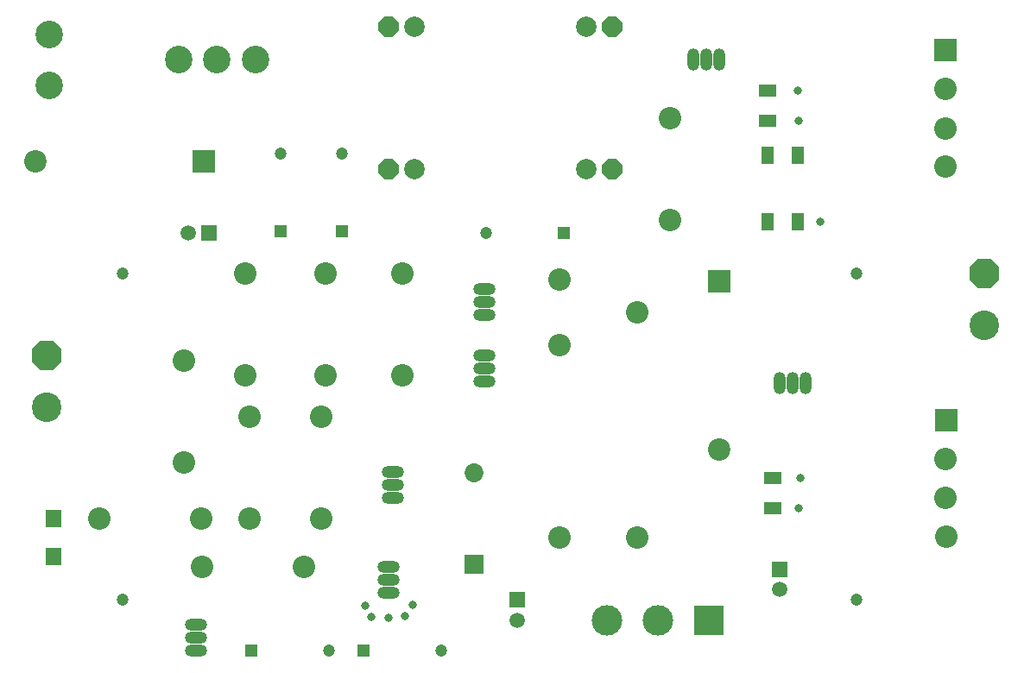
<source format=gts>
G04*
G04 #@! TF.GenerationSoftware,Altium Limited,Altium Designer,20.0.11 (256)*
G04*
G04 Layer_Color=8388736*
%FSLAX25Y25*%
%MOIN*%
G70*
G01*
G75*
%ADD17R,0.04737X0.07099*%
%ADD18R,0.07099X0.04737*%
%ADD19R,0.05906X0.06890*%
%ADD20O,0.04737X0.08674*%
%ADD21O,0.04737X0.08674*%
%ADD22O,0.08674X0.04737*%
%ADD23O,0.08674X0.04737*%
%ADD24C,0.08703*%
%ADD25R,0.07296X0.07296*%
%ADD26C,0.07296*%
%ADD27C,0.08661*%
%ADD28R,0.08661X0.08661*%
%ADD29R,0.08661X0.08661*%
%ADD30C,0.08674*%
%ADD31R,0.08674X0.08674*%
%ADD32C,0.10642*%
%ADD33P,0.12372X8X292.5*%
%ADD34C,0.11430*%
%ADD35R,0.11824X0.11824*%
%ADD36C,0.11824*%
%ADD37C,0.05918*%
%ADD38R,0.05918X0.05918*%
%ADD39C,0.04724*%
%ADD40R,0.04724X0.04724*%
%ADD41P,0.08537X8X202.5*%
%ADD42C,0.07887*%
%ADD43R,0.05918X0.05918*%
%ADD44R,0.04724X0.04724*%
%ADD45C,0.04737*%
%ADD46C,0.03162*%
D17*
X306102Y185324D02*
D03*
X294291D02*
D03*
X306102Y211010D02*
D03*
X294291D02*
D03*
D18*
X296260Y86614D02*
D03*
Y74803D02*
D03*
X294291Y236221D02*
D03*
Y224410D02*
D03*
D19*
X18701Y56102D02*
D03*
Y70866D02*
D03*
D20*
X309055Y123031D02*
D03*
X265591Y248031D02*
D03*
D21*
X304055Y123031D02*
D03*
X299055D02*
D03*
X275591Y248031D02*
D03*
X270591D02*
D03*
D22*
X185039Y133858D02*
D03*
Y159606D02*
D03*
X73819Y19685D02*
D03*
X149606Y88740D02*
D03*
X148109Y42047D02*
D03*
D23*
X185039Y128858D02*
D03*
Y123858D02*
D03*
Y149606D02*
D03*
Y154606D02*
D03*
X73819Y24685D02*
D03*
Y29685D02*
D03*
X149606Y78740D02*
D03*
Y83740D02*
D03*
X148109Y47047D02*
D03*
Y52047D02*
D03*
D24*
X214148Y63450D02*
D03*
Y137859D02*
D03*
Y163056D02*
D03*
X244148Y150458D02*
D03*
Y63450D02*
D03*
D25*
X181102Y53150D02*
D03*
D26*
Y88583D02*
D03*
D27*
X11811Y208661D02*
D03*
X275589Y97434D02*
D03*
D28*
X76756Y208661D02*
D03*
D29*
X275589Y162379D02*
D03*
D30*
X363129Y221617D02*
D03*
Y236696D02*
D03*
X363189Y206693D02*
D03*
X363248Y63816D02*
D03*
X363189Y93819D02*
D03*
Y78740D02*
D03*
X256890Y186024D02*
D03*
Y225394D02*
D03*
X122047Y70866D02*
D03*
Y110236D02*
D03*
X75984Y51968D02*
D03*
X115354D02*
D03*
X36417Y70866D02*
D03*
X75787D02*
D03*
X92883Y125984D02*
D03*
Y165354D02*
D03*
X153543Y125984D02*
D03*
Y165354D02*
D03*
X94488Y70866D02*
D03*
Y110236D02*
D03*
X68898Y92520D02*
D03*
Y131890D02*
D03*
X123581Y125984D02*
D03*
Y165354D02*
D03*
D31*
X363189Y251693D02*
D03*
X363248Y108816D02*
D03*
D32*
X66929Y248031D02*
D03*
X16929Y257874D02*
D03*
Y238189D02*
D03*
X81890Y248031D02*
D03*
X96850D02*
D03*
D33*
X377953Y165354D02*
D03*
X16043Y133858D02*
D03*
D34*
X377953Y145354D02*
D03*
X16043Y113858D02*
D03*
D35*
X271654Y31496D02*
D03*
D36*
X251969D02*
D03*
X232283D02*
D03*
D37*
X197576Y31496D02*
D03*
X299213Y43307D02*
D03*
X70866Y181102D02*
D03*
D38*
X197576Y39370D02*
D03*
X299213Y51181D02*
D03*
D39*
X185776Y181102D02*
D03*
X168555Y19685D02*
D03*
X125000D02*
D03*
X106299Y211862D02*
D03*
X129921D02*
D03*
D40*
X215799Y181102D02*
D03*
X138531Y19685D02*
D03*
X94976D02*
D03*
D41*
X234409Y260827D02*
D03*
X147992D02*
D03*
X234409Y205709D02*
D03*
X147992D02*
D03*
D42*
X224410Y260827D02*
D03*
X157992D02*
D03*
X224410Y205709D02*
D03*
X157992D02*
D03*
D43*
X78740Y181102D02*
D03*
D44*
X106299Y181839D02*
D03*
X129921D02*
D03*
D45*
X328740Y165354D02*
D03*
X45276D02*
D03*
X328740Y39370D02*
D03*
X45276D02*
D03*
D46*
X306548Y74803D02*
D03*
X154553Y32975D02*
D03*
X148109Y32480D02*
D03*
X157262Y37303D02*
D03*
X141416Y32874D02*
D03*
X138955Y37205D02*
D03*
X306102Y236221D02*
D03*
X314676Y185324D02*
D03*
X306452Y224410D02*
D03*
X307087Y86614D02*
D03*
M02*

</source>
